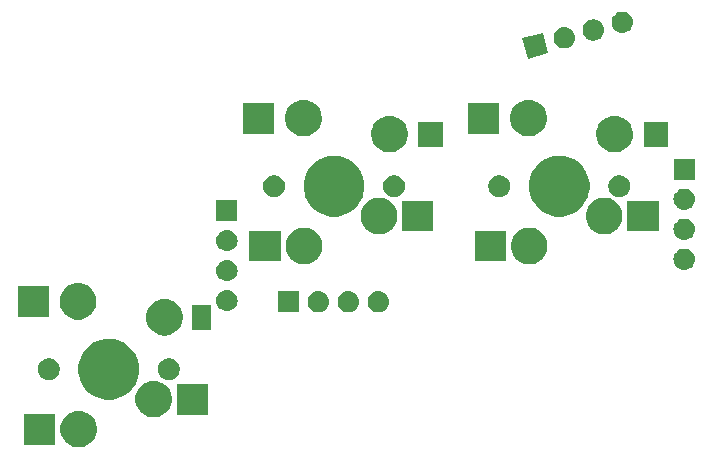
<source format=gbr>
G04 #@! TF.GenerationSoftware,KiCad,Pcbnew,(5.1.4)-1*
G04 #@! TF.CreationDate,2023-09-09T05:28:25-04:00*
G04 #@! TF.ProjectId,ThumbsUp,5468756d-6273-4557-902e-6b696361645f,rev?*
G04 #@! TF.SameCoordinates,Original*
G04 #@! TF.FileFunction,Soldermask,Bot*
G04 #@! TF.FilePolarity,Negative*
%FSLAX46Y46*%
G04 Gerber Fmt 4.6, Leading zero omitted, Abs format (unit mm)*
G04 Created by KiCad (PCBNEW (5.1.4)-1) date 2023-09-09 05:28:25*
%MOMM*%
%LPD*%
G04 APERTURE LIST*
%ADD10C,0.100000*%
G04 APERTURE END LIST*
D10*
G36*
X-157477415Y-426318863D02*
G01*
X-157327590Y-426348665D01*
X-157045326Y-426465582D01*
X-156791295Y-426635320D01*
X-156575259Y-426851356D01*
X-156405521Y-427105387D01*
X-156288604Y-427387651D01*
X-156229000Y-427687301D01*
X-156229000Y-427992821D01*
X-156288604Y-428292471D01*
X-156405521Y-428574735D01*
X-156575259Y-428828766D01*
X-156791295Y-429044802D01*
X-157045326Y-429214540D01*
X-157327590Y-429331457D01*
X-157477415Y-429361259D01*
X-157627239Y-429391061D01*
X-157932761Y-429391061D01*
X-158082585Y-429361259D01*
X-158232410Y-429331457D01*
X-158514674Y-429214540D01*
X-158768705Y-429044802D01*
X-158984741Y-428828766D01*
X-159154479Y-428574735D01*
X-159271396Y-428292471D01*
X-159331000Y-427992821D01*
X-159331000Y-427687301D01*
X-159271396Y-427387651D01*
X-159154479Y-427105387D01*
X-158984741Y-426851356D01*
X-158768705Y-426635320D01*
X-158514674Y-426465582D01*
X-158232410Y-426348665D01*
X-158082585Y-426318863D01*
X-157932761Y-426289061D01*
X-157627239Y-426289061D01*
X-157477415Y-426318863D01*
X-157477415Y-426318863D01*
G37*
G36*
X-159756000Y-429141061D02*
G01*
X-162408000Y-429141061D01*
X-162408000Y-426539061D01*
X-159756000Y-426539061D01*
X-159756000Y-429141061D01*
X-159756000Y-429141061D01*
G37*
G36*
X-151127415Y-423778863D02*
G01*
X-150977590Y-423808665D01*
X-150695326Y-423925582D01*
X-150441295Y-424095320D01*
X-150225259Y-424311356D01*
X-150055521Y-424565387D01*
X-149938604Y-424847651D01*
X-149879000Y-425147301D01*
X-149879000Y-425452821D01*
X-149938604Y-425752471D01*
X-150055521Y-426034735D01*
X-150225259Y-426288766D01*
X-150441295Y-426504802D01*
X-150695326Y-426674540D01*
X-150977590Y-426791457D01*
X-151127415Y-426821259D01*
X-151277239Y-426851061D01*
X-151582761Y-426851061D01*
X-151732585Y-426821259D01*
X-151882410Y-426791457D01*
X-152164674Y-426674540D01*
X-152418705Y-426504802D01*
X-152634741Y-426288766D01*
X-152804479Y-426034735D01*
X-152921396Y-425752471D01*
X-152981000Y-425452821D01*
X-152981000Y-425147301D01*
X-152921396Y-424847651D01*
X-152804479Y-424565387D01*
X-152634741Y-424311356D01*
X-152418705Y-424095320D01*
X-152164674Y-423925582D01*
X-151882410Y-423808665D01*
X-151732585Y-423778863D01*
X-151582761Y-423749061D01*
X-151277239Y-423749061D01*
X-151127415Y-423778863D01*
X-151127415Y-423778863D01*
G37*
G36*
X-146829000Y-426601061D02*
G01*
X-149481000Y-426601061D01*
X-149481000Y-423999061D01*
X-146829000Y-423999061D01*
X-146829000Y-426601061D01*
X-146829000Y-426601061D01*
G37*
G36*
X-154737448Y-420233558D02*
G01*
X-154488609Y-420283055D01*
X-154294425Y-420363489D01*
X-154019808Y-420477239D01*
X-153597896Y-420759151D01*
X-153239090Y-421117957D01*
X-152957178Y-421539869D01*
X-152843428Y-421814486D01*
X-152762994Y-422008670D01*
X-152664000Y-422506347D01*
X-152664000Y-423013775D01*
X-152762994Y-423511452D01*
X-152820580Y-423650476D01*
X-152957178Y-423980253D01*
X-153239090Y-424402165D01*
X-153597896Y-424760971D01*
X-154019808Y-425042883D01*
X-154271893Y-425147300D01*
X-154488609Y-425237067D01*
X-154737448Y-425286564D01*
X-154986285Y-425336061D01*
X-155493715Y-425336061D01*
X-155991391Y-425237067D01*
X-156208107Y-425147300D01*
X-156460192Y-425042883D01*
X-156882104Y-424760971D01*
X-157240910Y-424402165D01*
X-157522822Y-423980253D01*
X-157659420Y-423650476D01*
X-157717006Y-423511452D01*
X-157816000Y-423013775D01*
X-157816000Y-422506347D01*
X-157717006Y-422008670D01*
X-157636572Y-421814486D01*
X-157522822Y-421539869D01*
X-157240910Y-421117957D01*
X-156882104Y-420759151D01*
X-156460192Y-420477239D01*
X-156185575Y-420363489D01*
X-155991391Y-420283055D01*
X-155493715Y-420184061D01*
X-154986285Y-420184061D01*
X-154737448Y-420233558D01*
X-154737448Y-420233558D01*
G37*
G36*
X-160049896Y-421869646D02*
G01*
X-159881374Y-421939450D01*
X-159729709Y-422040789D01*
X-159600728Y-422169770D01*
X-159499389Y-422321435D01*
X-159429585Y-422489957D01*
X-159394000Y-422668858D01*
X-159394000Y-422851264D01*
X-159429585Y-423030165D01*
X-159499389Y-423198687D01*
X-159600728Y-423350352D01*
X-159729709Y-423479333D01*
X-159881374Y-423580672D01*
X-160049896Y-423650476D01*
X-160228797Y-423686061D01*
X-160411203Y-423686061D01*
X-160590104Y-423650476D01*
X-160758626Y-423580672D01*
X-160910291Y-423479333D01*
X-161039272Y-423350352D01*
X-161140611Y-423198687D01*
X-161210415Y-423030165D01*
X-161246000Y-422851264D01*
X-161246000Y-422668858D01*
X-161210415Y-422489957D01*
X-161140611Y-422321435D01*
X-161039272Y-422169770D01*
X-160910291Y-422040789D01*
X-160758626Y-421939450D01*
X-160590104Y-421869646D01*
X-160411203Y-421834061D01*
X-160228797Y-421834061D01*
X-160049896Y-421869646D01*
X-160049896Y-421869646D01*
G37*
G36*
X-149889896Y-421869646D02*
G01*
X-149721374Y-421939450D01*
X-149569709Y-422040789D01*
X-149440728Y-422169770D01*
X-149339389Y-422321435D01*
X-149269585Y-422489957D01*
X-149234000Y-422668858D01*
X-149234000Y-422851264D01*
X-149269585Y-423030165D01*
X-149339389Y-423198687D01*
X-149440728Y-423350352D01*
X-149569709Y-423479333D01*
X-149721374Y-423580672D01*
X-149889896Y-423650476D01*
X-150068797Y-423686061D01*
X-150251203Y-423686061D01*
X-150430104Y-423650476D01*
X-150598626Y-423580672D01*
X-150750291Y-423479333D01*
X-150879272Y-423350352D01*
X-150980611Y-423198687D01*
X-151050415Y-423030165D01*
X-151086000Y-422851264D01*
X-151086000Y-422668858D01*
X-151050415Y-422489957D01*
X-150980611Y-422321435D01*
X-150879272Y-422169770D01*
X-150750291Y-422040789D01*
X-150598626Y-421939450D01*
X-150430104Y-421869646D01*
X-150251203Y-421834061D01*
X-150068797Y-421834061D01*
X-149889896Y-421869646D01*
X-149889896Y-421869646D01*
G37*
G36*
X-150237415Y-416838863D02*
G01*
X-150087590Y-416868665D01*
X-149805326Y-416985582D01*
X-149551295Y-417155320D01*
X-149335259Y-417371356D01*
X-149165521Y-417625387D01*
X-149048604Y-417907651D01*
X-149048604Y-417907652D01*
X-148989000Y-418207300D01*
X-148989000Y-418512822D01*
X-149018802Y-418662646D01*
X-149048604Y-418812471D01*
X-149165521Y-419094735D01*
X-149335259Y-419348766D01*
X-149551295Y-419564802D01*
X-149805326Y-419734540D01*
X-150087590Y-419851457D01*
X-150237415Y-419881259D01*
X-150387239Y-419911061D01*
X-150692761Y-419911061D01*
X-150842585Y-419881259D01*
X-150992410Y-419851457D01*
X-151274674Y-419734540D01*
X-151528705Y-419564802D01*
X-151744741Y-419348766D01*
X-151914479Y-419094735D01*
X-152031396Y-418812471D01*
X-152061198Y-418662646D01*
X-152091000Y-418512822D01*
X-152091000Y-418207300D01*
X-152031396Y-417907652D01*
X-152031396Y-417907651D01*
X-151914479Y-417625387D01*
X-151744741Y-417371356D01*
X-151528705Y-417155320D01*
X-151274674Y-416985582D01*
X-150992410Y-416868665D01*
X-150842585Y-416838863D01*
X-150692761Y-416809061D01*
X-150387239Y-416809061D01*
X-150237415Y-416838863D01*
X-150237415Y-416838863D01*
G37*
G36*
X-146569000Y-419441061D02*
G01*
X-148171000Y-419441061D01*
X-148171000Y-417339061D01*
X-146569000Y-417339061D01*
X-146569000Y-419441061D01*
X-146569000Y-419441061D01*
G37*
G36*
X-157537415Y-415488863D02*
G01*
X-157387590Y-415518665D01*
X-157105326Y-415635582D01*
X-156851295Y-415805320D01*
X-156635259Y-416021356D01*
X-156465521Y-416275387D01*
X-156395306Y-416444903D01*
X-156348604Y-416557652D01*
X-156298595Y-416809061D01*
X-156289000Y-416857301D01*
X-156289000Y-417162821D01*
X-156348604Y-417462471D01*
X-156465521Y-417744735D01*
X-156635259Y-417998766D01*
X-156851295Y-418214802D01*
X-157105326Y-418384540D01*
X-157387590Y-418501457D01*
X-157444721Y-418512821D01*
X-157687239Y-418561061D01*
X-157992761Y-418561061D01*
X-158235279Y-418512821D01*
X-158292410Y-418501457D01*
X-158574674Y-418384540D01*
X-158828705Y-418214802D01*
X-159044741Y-417998766D01*
X-159214479Y-417744735D01*
X-159331396Y-417462471D01*
X-159391000Y-417162821D01*
X-159391000Y-416857301D01*
X-159381404Y-416809061D01*
X-159331396Y-416557652D01*
X-159284694Y-416444903D01*
X-159214479Y-416275387D01*
X-159044741Y-416021356D01*
X-158828705Y-415805320D01*
X-158574674Y-415635582D01*
X-158292410Y-415518665D01*
X-158142585Y-415488863D01*
X-157992761Y-415459061D01*
X-157687239Y-415459061D01*
X-157537415Y-415488863D01*
X-157537415Y-415488863D01*
G37*
G36*
X-160314000Y-418311061D02*
G01*
X-162966000Y-418311061D01*
X-162966000Y-415709061D01*
X-160314000Y-415709061D01*
X-160314000Y-418311061D01*
X-160314000Y-418311061D01*
G37*
G36*
X-134848888Y-416150092D02*
G01*
X-134782703Y-416156611D01*
X-134612864Y-416208131D01*
X-134456339Y-416291796D01*
X-134436953Y-416307706D01*
X-134319144Y-416404388D01*
X-134235882Y-416505845D01*
X-134206552Y-416541583D01*
X-134122887Y-416698108D01*
X-134071367Y-416867947D01*
X-134053971Y-417044574D01*
X-134071367Y-417221201D01*
X-134122887Y-417391040D01*
X-134206552Y-417547565D01*
X-134235882Y-417583303D01*
X-134319144Y-417684760D01*
X-134392225Y-417744735D01*
X-134456339Y-417797352D01*
X-134612864Y-417881017D01*
X-134782703Y-417932537D01*
X-134848888Y-417939056D01*
X-134915070Y-417945574D01*
X-135003590Y-417945574D01*
X-135069772Y-417939056D01*
X-135135957Y-417932537D01*
X-135305796Y-417881017D01*
X-135462321Y-417797352D01*
X-135526435Y-417744735D01*
X-135599516Y-417684760D01*
X-135682778Y-417583303D01*
X-135712108Y-417547565D01*
X-135795773Y-417391040D01*
X-135847293Y-417221201D01*
X-135864689Y-417044574D01*
X-135847293Y-416867947D01*
X-135795773Y-416698108D01*
X-135712108Y-416541583D01*
X-135682778Y-416505845D01*
X-135599516Y-416404388D01*
X-135481707Y-416307706D01*
X-135462321Y-416291796D01*
X-135305796Y-416208131D01*
X-135135957Y-416156611D01*
X-135069772Y-416150092D01*
X-135003590Y-416143574D01*
X-134915070Y-416143574D01*
X-134848888Y-416150092D01*
X-134848888Y-416150092D01*
G37*
G36*
X-132308888Y-416150092D02*
G01*
X-132242703Y-416156611D01*
X-132072864Y-416208131D01*
X-131916339Y-416291796D01*
X-131896953Y-416307706D01*
X-131779144Y-416404388D01*
X-131695882Y-416505845D01*
X-131666552Y-416541583D01*
X-131582887Y-416698108D01*
X-131531367Y-416867947D01*
X-131513971Y-417044574D01*
X-131531367Y-417221201D01*
X-131582887Y-417391040D01*
X-131666552Y-417547565D01*
X-131695882Y-417583303D01*
X-131779144Y-417684760D01*
X-131852225Y-417744735D01*
X-131916339Y-417797352D01*
X-132072864Y-417881017D01*
X-132242703Y-417932537D01*
X-132308888Y-417939056D01*
X-132375070Y-417945574D01*
X-132463590Y-417945574D01*
X-132529772Y-417939056D01*
X-132595957Y-417932537D01*
X-132765796Y-417881017D01*
X-132922321Y-417797352D01*
X-132986435Y-417744735D01*
X-133059516Y-417684760D01*
X-133142778Y-417583303D01*
X-133172108Y-417547565D01*
X-133255773Y-417391040D01*
X-133307293Y-417221201D01*
X-133324689Y-417044574D01*
X-133307293Y-416867947D01*
X-133255773Y-416698108D01*
X-133172108Y-416541583D01*
X-133142778Y-416505845D01*
X-133059516Y-416404388D01*
X-132941707Y-416307706D01*
X-132922321Y-416291796D01*
X-132765796Y-416208131D01*
X-132595957Y-416156611D01*
X-132529772Y-416150092D01*
X-132463590Y-416143574D01*
X-132375070Y-416143574D01*
X-132308888Y-416150092D01*
X-132308888Y-416150092D01*
G37*
G36*
X-137388888Y-416150092D02*
G01*
X-137322703Y-416156611D01*
X-137152864Y-416208131D01*
X-136996339Y-416291796D01*
X-136976953Y-416307706D01*
X-136859144Y-416404388D01*
X-136775882Y-416505845D01*
X-136746552Y-416541583D01*
X-136662887Y-416698108D01*
X-136611367Y-416867947D01*
X-136593971Y-417044574D01*
X-136611367Y-417221201D01*
X-136662887Y-417391040D01*
X-136746552Y-417547565D01*
X-136775882Y-417583303D01*
X-136859144Y-417684760D01*
X-136932225Y-417744735D01*
X-136996339Y-417797352D01*
X-137152864Y-417881017D01*
X-137322703Y-417932537D01*
X-137388888Y-417939056D01*
X-137455070Y-417945574D01*
X-137543590Y-417945574D01*
X-137609772Y-417939056D01*
X-137675957Y-417932537D01*
X-137845796Y-417881017D01*
X-138002321Y-417797352D01*
X-138066435Y-417744735D01*
X-138139516Y-417684760D01*
X-138222778Y-417583303D01*
X-138252108Y-417547565D01*
X-138335773Y-417391040D01*
X-138387293Y-417221201D01*
X-138404689Y-417044574D01*
X-138387293Y-416867947D01*
X-138335773Y-416698108D01*
X-138252108Y-416541583D01*
X-138222778Y-416505845D01*
X-138139516Y-416404388D01*
X-138021707Y-416307706D01*
X-138002321Y-416291796D01*
X-137845796Y-416208131D01*
X-137675957Y-416156611D01*
X-137609772Y-416150092D01*
X-137543590Y-416143574D01*
X-137455070Y-416143574D01*
X-137388888Y-416150092D01*
X-137388888Y-416150092D01*
G37*
G36*
X-139138330Y-417945574D02*
G01*
X-140940330Y-417945574D01*
X-140940330Y-416143574D01*
X-139138330Y-416143574D01*
X-139138330Y-417945574D01*
X-139138330Y-417945574D01*
G37*
G36*
X-145136178Y-416053410D02*
G01*
X-145069993Y-416059929D01*
X-144900154Y-416111449D01*
X-144743629Y-416195114D01*
X-144727768Y-416208131D01*
X-144606434Y-416307706D01*
X-144523172Y-416409163D01*
X-144493842Y-416444901D01*
X-144410177Y-416601426D01*
X-144358657Y-416771265D01*
X-144341261Y-416947892D01*
X-144358657Y-417124519D01*
X-144410177Y-417294358D01*
X-144493842Y-417450883D01*
X-144523172Y-417486621D01*
X-144606434Y-417588078D01*
X-144707891Y-417671340D01*
X-144743629Y-417700670D01*
X-144900154Y-417784335D01*
X-145069993Y-417835855D01*
X-145136178Y-417842374D01*
X-145202360Y-417848892D01*
X-145290880Y-417848892D01*
X-145357062Y-417842374D01*
X-145423247Y-417835855D01*
X-145593086Y-417784335D01*
X-145749611Y-417700670D01*
X-145785349Y-417671340D01*
X-145886806Y-417588078D01*
X-145970068Y-417486621D01*
X-145999398Y-417450883D01*
X-146083063Y-417294358D01*
X-146134583Y-417124519D01*
X-146151979Y-416947892D01*
X-146134583Y-416771265D01*
X-146083063Y-416601426D01*
X-145999398Y-416444901D01*
X-145970068Y-416409163D01*
X-145886806Y-416307706D01*
X-145765472Y-416208131D01*
X-145749611Y-416195114D01*
X-145593086Y-416111449D01*
X-145423247Y-416059929D01*
X-145357063Y-416053411D01*
X-145290880Y-416046892D01*
X-145202360Y-416046892D01*
X-145136178Y-416053410D01*
X-145136178Y-416053410D01*
G37*
G36*
X-145136178Y-413513410D02*
G01*
X-145069993Y-413519929D01*
X-144900154Y-413571449D01*
X-144743629Y-413655114D01*
X-144707891Y-413684444D01*
X-144606434Y-413767706D01*
X-144554116Y-413831457D01*
X-144493842Y-413904901D01*
X-144410177Y-414061426D01*
X-144358657Y-414231265D01*
X-144341261Y-414407892D01*
X-144358657Y-414584519D01*
X-144410177Y-414754358D01*
X-144493842Y-414910883D01*
X-144523172Y-414946621D01*
X-144606434Y-415048078D01*
X-144707891Y-415131340D01*
X-144743629Y-415160670D01*
X-144900154Y-415244335D01*
X-145069993Y-415295855D01*
X-145136177Y-415302373D01*
X-145202360Y-415308892D01*
X-145290880Y-415308892D01*
X-145357062Y-415302374D01*
X-145423247Y-415295855D01*
X-145593086Y-415244335D01*
X-145749611Y-415160670D01*
X-145785349Y-415131340D01*
X-145886806Y-415048078D01*
X-145970068Y-414946621D01*
X-145999398Y-414910883D01*
X-146083063Y-414754358D01*
X-146134583Y-414584519D01*
X-146151979Y-414407892D01*
X-146134583Y-414231265D01*
X-146083063Y-414061426D01*
X-145999398Y-413904901D01*
X-145939124Y-413831457D01*
X-145886806Y-413767706D01*
X-145785349Y-413684444D01*
X-145749611Y-413655114D01*
X-145593086Y-413571449D01*
X-145423247Y-413519929D01*
X-145357062Y-413513410D01*
X-145290880Y-413506892D01*
X-145202360Y-413506892D01*
X-145136178Y-413513410D01*
X-145136178Y-413513410D01*
G37*
G36*
X-106417698Y-412554232D02*
G01*
X-106351514Y-412560750D01*
X-106181675Y-412612270D01*
X-106025150Y-412695935D01*
X-106014916Y-412704334D01*
X-105887955Y-412808527D01*
X-105804693Y-412909984D01*
X-105775363Y-412945722D01*
X-105691698Y-413102247D01*
X-105640178Y-413272086D01*
X-105622782Y-413448713D01*
X-105640178Y-413625340D01*
X-105691698Y-413795179D01*
X-105775363Y-413951704D01*
X-105804693Y-413987442D01*
X-105887955Y-414088899D01*
X-105989412Y-414172161D01*
X-106025150Y-414201491D01*
X-106181675Y-414285156D01*
X-106351514Y-414336676D01*
X-106417699Y-414343195D01*
X-106483881Y-414349713D01*
X-106572401Y-414349713D01*
X-106638583Y-414343195D01*
X-106704768Y-414336676D01*
X-106874607Y-414285156D01*
X-107031132Y-414201491D01*
X-107066870Y-414172161D01*
X-107168327Y-414088899D01*
X-107251589Y-413987442D01*
X-107280919Y-413951704D01*
X-107364584Y-413795179D01*
X-107416104Y-413625340D01*
X-107433500Y-413448713D01*
X-107416104Y-413272086D01*
X-107364584Y-413102247D01*
X-107280919Y-412945722D01*
X-107251589Y-412909984D01*
X-107168327Y-412808527D01*
X-107041366Y-412704334D01*
X-107031132Y-412695935D01*
X-106874607Y-412612270D01*
X-106704768Y-412560750D01*
X-106638584Y-412554232D01*
X-106572401Y-412547713D01*
X-106483881Y-412547713D01*
X-106417698Y-412554232D01*
X-106417698Y-412554232D01*
G37*
G36*
X-119347415Y-410818863D02*
G01*
X-119197590Y-410848665D01*
X-118915326Y-410965582D01*
X-118661295Y-411135320D01*
X-118445259Y-411351356D01*
X-118275521Y-411605387D01*
X-118158604Y-411887651D01*
X-118158604Y-411887652D01*
X-118099000Y-412187300D01*
X-118099000Y-412492822D01*
X-118102035Y-412508078D01*
X-118158604Y-412792471D01*
X-118275521Y-413074735D01*
X-118445259Y-413328766D01*
X-118661295Y-413544802D01*
X-118915326Y-413714540D01*
X-119197590Y-413831457D01*
X-119347415Y-413861259D01*
X-119497239Y-413891061D01*
X-119802761Y-413891061D01*
X-119952585Y-413861259D01*
X-120102410Y-413831457D01*
X-120384674Y-413714540D01*
X-120638705Y-413544802D01*
X-120854741Y-413328766D01*
X-121024479Y-413074735D01*
X-121141396Y-412792471D01*
X-121197965Y-412508078D01*
X-121201000Y-412492822D01*
X-121201000Y-412187300D01*
X-121141396Y-411887652D01*
X-121141396Y-411887651D01*
X-121024479Y-411605387D01*
X-120854741Y-411351356D01*
X-120638705Y-411135320D01*
X-120384674Y-410965582D01*
X-120102410Y-410848665D01*
X-119952585Y-410818863D01*
X-119802761Y-410789061D01*
X-119497239Y-410789061D01*
X-119347415Y-410818863D01*
X-119347415Y-410818863D01*
G37*
G36*
X-138411369Y-410818863D02*
G01*
X-138261544Y-410848665D01*
X-137979280Y-410965582D01*
X-137725249Y-411135320D01*
X-137509213Y-411351356D01*
X-137339475Y-411605387D01*
X-137222558Y-411887651D01*
X-137222558Y-411887652D01*
X-137162954Y-412187300D01*
X-137162954Y-412492822D01*
X-137165989Y-412508078D01*
X-137222558Y-412792471D01*
X-137339475Y-413074735D01*
X-137509213Y-413328766D01*
X-137725249Y-413544802D01*
X-137979280Y-413714540D01*
X-138261544Y-413831457D01*
X-138411369Y-413861259D01*
X-138561193Y-413891061D01*
X-138866715Y-413891061D01*
X-139016539Y-413861259D01*
X-139166364Y-413831457D01*
X-139448628Y-413714540D01*
X-139702659Y-413544802D01*
X-139918695Y-413328766D01*
X-140088433Y-413074735D01*
X-140205350Y-412792471D01*
X-140261919Y-412508078D01*
X-140264954Y-412492822D01*
X-140264954Y-412187300D01*
X-140205350Y-411887652D01*
X-140205350Y-411887651D01*
X-140088433Y-411605387D01*
X-139918695Y-411351356D01*
X-139702659Y-411135320D01*
X-139448628Y-410965582D01*
X-139166364Y-410848665D01*
X-139016539Y-410818863D01*
X-138866715Y-410789061D01*
X-138561193Y-410789061D01*
X-138411369Y-410818863D01*
X-138411369Y-410818863D01*
G37*
G36*
X-121626000Y-413641061D02*
G01*
X-124278000Y-413641061D01*
X-124278000Y-411039061D01*
X-121626000Y-411039061D01*
X-121626000Y-413641061D01*
X-121626000Y-413641061D01*
G37*
G36*
X-140689954Y-413641061D02*
G01*
X-143341954Y-413641061D01*
X-143341954Y-411039061D01*
X-140689954Y-411039061D01*
X-140689954Y-413641061D01*
X-140689954Y-413641061D01*
G37*
G36*
X-145136177Y-410973411D02*
G01*
X-145069993Y-410979929D01*
X-144900154Y-411031449D01*
X-144743629Y-411115114D01*
X-144719008Y-411135320D01*
X-144606434Y-411227706D01*
X-144554116Y-411291457D01*
X-144493842Y-411364901D01*
X-144410177Y-411521426D01*
X-144358657Y-411691265D01*
X-144341261Y-411867892D01*
X-144358657Y-412044519D01*
X-144410177Y-412214358D01*
X-144493842Y-412370883D01*
X-144523172Y-412406621D01*
X-144606434Y-412508078D01*
X-144707891Y-412591340D01*
X-144743629Y-412620670D01*
X-144900154Y-412704335D01*
X-145069993Y-412755855D01*
X-145136177Y-412762373D01*
X-145202360Y-412768892D01*
X-145290880Y-412768892D01*
X-145357063Y-412762373D01*
X-145423247Y-412755855D01*
X-145593086Y-412704335D01*
X-145749611Y-412620670D01*
X-145785349Y-412591340D01*
X-145886806Y-412508078D01*
X-145970068Y-412406621D01*
X-145999398Y-412370883D01*
X-146083063Y-412214358D01*
X-146134583Y-412044519D01*
X-146151979Y-411867892D01*
X-146134583Y-411691265D01*
X-146083063Y-411521426D01*
X-145999398Y-411364901D01*
X-145939124Y-411291457D01*
X-145886806Y-411227706D01*
X-145774232Y-411135320D01*
X-145749611Y-411115114D01*
X-145593086Y-411031449D01*
X-145423247Y-410979929D01*
X-145357062Y-410973410D01*
X-145290880Y-410966892D01*
X-145202360Y-410966892D01*
X-145136177Y-410973411D01*
X-145136177Y-410973411D01*
G37*
G36*
X-106417698Y-410014232D02*
G01*
X-106351514Y-410020750D01*
X-106181675Y-410072270D01*
X-106025150Y-410155935D01*
X-105989412Y-410185265D01*
X-105887955Y-410268527D01*
X-105804693Y-410369984D01*
X-105775363Y-410405722D01*
X-105691698Y-410562247D01*
X-105640178Y-410732086D01*
X-105622782Y-410908713D01*
X-105640178Y-411085340D01*
X-105691698Y-411255179D01*
X-105775363Y-411411704D01*
X-105804693Y-411447442D01*
X-105887955Y-411548899D01*
X-105989412Y-411632161D01*
X-106025150Y-411661491D01*
X-106181675Y-411745156D01*
X-106351514Y-411796676D01*
X-106417699Y-411803195D01*
X-106483881Y-411809713D01*
X-106572401Y-411809713D01*
X-106638583Y-411803195D01*
X-106704768Y-411796676D01*
X-106874607Y-411745156D01*
X-107031132Y-411661491D01*
X-107066870Y-411632161D01*
X-107168327Y-411548899D01*
X-107251589Y-411447442D01*
X-107280919Y-411411704D01*
X-107364584Y-411255179D01*
X-107416104Y-411085340D01*
X-107433500Y-410908713D01*
X-107416104Y-410732086D01*
X-107364584Y-410562247D01*
X-107280919Y-410405722D01*
X-107251589Y-410369984D01*
X-107168327Y-410268527D01*
X-107066870Y-410185265D01*
X-107031132Y-410155935D01*
X-106874607Y-410072270D01*
X-106704768Y-410020750D01*
X-106638584Y-410014232D01*
X-106572401Y-410007713D01*
X-106483881Y-410007713D01*
X-106417698Y-410014232D01*
X-106417698Y-410014232D01*
G37*
G36*
X-112997415Y-408278863D02*
G01*
X-112847590Y-408308665D01*
X-112565326Y-408425582D01*
X-112311295Y-408595320D01*
X-112095259Y-408811356D01*
X-111925521Y-409065387D01*
X-111808604Y-409347651D01*
X-111749000Y-409647301D01*
X-111749000Y-409952821D01*
X-111808604Y-410252471D01*
X-111925521Y-410534735D01*
X-112095259Y-410788766D01*
X-112311295Y-411004802D01*
X-112565326Y-411174540D01*
X-112847590Y-411291457D01*
X-112997415Y-411321259D01*
X-113147239Y-411351061D01*
X-113452761Y-411351061D01*
X-113602585Y-411321259D01*
X-113752410Y-411291457D01*
X-114034674Y-411174540D01*
X-114288705Y-411004802D01*
X-114504741Y-410788766D01*
X-114674479Y-410534735D01*
X-114791396Y-410252471D01*
X-114851000Y-409952821D01*
X-114851000Y-409647301D01*
X-114791396Y-409347651D01*
X-114674479Y-409065387D01*
X-114504741Y-408811356D01*
X-114288705Y-408595320D01*
X-114034674Y-408425582D01*
X-113752410Y-408308665D01*
X-113602585Y-408278863D01*
X-113452761Y-408249061D01*
X-113147239Y-408249061D01*
X-112997415Y-408278863D01*
X-112997415Y-408278863D01*
G37*
G36*
X-132061369Y-408278863D02*
G01*
X-131911544Y-408308665D01*
X-131629280Y-408425582D01*
X-131375249Y-408595320D01*
X-131159213Y-408811356D01*
X-130989475Y-409065387D01*
X-130872558Y-409347651D01*
X-130812954Y-409647301D01*
X-130812954Y-409952821D01*
X-130872558Y-410252471D01*
X-130989475Y-410534735D01*
X-131159213Y-410788766D01*
X-131375249Y-411004802D01*
X-131629280Y-411174540D01*
X-131911544Y-411291457D01*
X-132061369Y-411321259D01*
X-132211193Y-411351061D01*
X-132516715Y-411351061D01*
X-132666539Y-411321259D01*
X-132816364Y-411291457D01*
X-133098628Y-411174540D01*
X-133352659Y-411004802D01*
X-133568695Y-410788766D01*
X-133738433Y-410534735D01*
X-133855350Y-410252471D01*
X-133914954Y-409952821D01*
X-133914954Y-409647301D01*
X-133855350Y-409347651D01*
X-133738433Y-409065387D01*
X-133568695Y-408811356D01*
X-133352659Y-408595320D01*
X-133098628Y-408425582D01*
X-132816364Y-408308665D01*
X-132666539Y-408278863D01*
X-132516715Y-408249061D01*
X-132211193Y-408249061D01*
X-132061369Y-408278863D01*
X-132061369Y-408278863D01*
G37*
G36*
X-108699000Y-411101061D02*
G01*
X-111351000Y-411101061D01*
X-111351000Y-408499061D01*
X-108699000Y-408499061D01*
X-108699000Y-411101061D01*
X-108699000Y-411101061D01*
G37*
G36*
X-127762954Y-411101061D02*
G01*
X-130414954Y-411101061D01*
X-130414954Y-408499061D01*
X-127762954Y-408499061D01*
X-127762954Y-411101061D01*
X-127762954Y-411101061D01*
G37*
G36*
X-144345620Y-410228892D02*
G01*
X-146147620Y-410228892D01*
X-146147620Y-408426892D01*
X-144345620Y-408426892D01*
X-144345620Y-410228892D01*
X-144345620Y-410228892D01*
G37*
G36*
X-116607448Y-404733558D02*
G01*
X-116358609Y-404783055D01*
X-116164425Y-404863489D01*
X-115889808Y-404977239D01*
X-115467896Y-405259151D01*
X-115109090Y-405617957D01*
X-114827178Y-406039869D01*
X-114713428Y-406314486D01*
X-114632994Y-406508670D01*
X-114534000Y-407006347D01*
X-114534000Y-407513775D01*
X-114632994Y-408011452D01*
X-114690580Y-408150476D01*
X-114827178Y-408480253D01*
X-115109090Y-408902165D01*
X-115467896Y-409260971D01*
X-115889808Y-409542883D01*
X-116141893Y-409647300D01*
X-116358609Y-409737067D01*
X-116607448Y-409786564D01*
X-116856285Y-409836061D01*
X-117363715Y-409836061D01*
X-117612552Y-409786564D01*
X-117861391Y-409737067D01*
X-118078107Y-409647300D01*
X-118330192Y-409542883D01*
X-118752104Y-409260971D01*
X-119110910Y-408902165D01*
X-119392822Y-408480253D01*
X-119529420Y-408150476D01*
X-119587006Y-408011452D01*
X-119686000Y-407513775D01*
X-119686000Y-407006347D01*
X-119587006Y-406508670D01*
X-119506572Y-406314486D01*
X-119392822Y-406039869D01*
X-119110910Y-405617957D01*
X-118752104Y-405259151D01*
X-118330192Y-404977239D01*
X-118055575Y-404863489D01*
X-117861391Y-404783055D01*
X-117612552Y-404733558D01*
X-117363715Y-404684061D01*
X-116856285Y-404684061D01*
X-116607448Y-404733558D01*
X-116607448Y-404733558D01*
G37*
G36*
X-135671402Y-404733558D02*
G01*
X-135422563Y-404783055D01*
X-135228379Y-404863489D01*
X-134953762Y-404977239D01*
X-134531850Y-405259151D01*
X-134173044Y-405617957D01*
X-133891132Y-406039869D01*
X-133777382Y-406314486D01*
X-133696948Y-406508670D01*
X-133597954Y-407006347D01*
X-133597954Y-407513775D01*
X-133696948Y-408011452D01*
X-133754534Y-408150476D01*
X-133891132Y-408480253D01*
X-134173044Y-408902165D01*
X-134531850Y-409260971D01*
X-134953762Y-409542883D01*
X-135205847Y-409647300D01*
X-135422563Y-409737067D01*
X-135671402Y-409786564D01*
X-135920239Y-409836061D01*
X-136427669Y-409836061D01*
X-136676506Y-409786564D01*
X-136925345Y-409737067D01*
X-137142061Y-409647300D01*
X-137394146Y-409542883D01*
X-137816058Y-409260971D01*
X-138174864Y-408902165D01*
X-138456776Y-408480253D01*
X-138593374Y-408150476D01*
X-138650960Y-408011452D01*
X-138749954Y-407513775D01*
X-138749954Y-407006347D01*
X-138650960Y-406508670D01*
X-138570526Y-406314486D01*
X-138456776Y-406039869D01*
X-138174864Y-405617957D01*
X-137816058Y-405259151D01*
X-137394146Y-404977239D01*
X-137119529Y-404863489D01*
X-136925345Y-404783055D01*
X-136676506Y-404733558D01*
X-136427669Y-404684061D01*
X-135920239Y-404684061D01*
X-135671402Y-404733558D01*
X-135671402Y-404733558D01*
G37*
G36*
X-106417699Y-407474231D02*
G01*
X-106351514Y-407480750D01*
X-106181675Y-407532270D01*
X-106025150Y-407615935D01*
X-105989412Y-407645265D01*
X-105887955Y-407728527D01*
X-105804693Y-407829984D01*
X-105775363Y-407865722D01*
X-105691698Y-408022247D01*
X-105640178Y-408192086D01*
X-105622782Y-408368713D01*
X-105640178Y-408545340D01*
X-105691698Y-408715179D01*
X-105775363Y-408871704D01*
X-105800362Y-408902165D01*
X-105887955Y-409008899D01*
X-105989412Y-409092161D01*
X-106025150Y-409121491D01*
X-106181675Y-409205156D01*
X-106351514Y-409256676D01*
X-106395123Y-409260971D01*
X-106483881Y-409269713D01*
X-106572401Y-409269713D01*
X-106661159Y-409260971D01*
X-106704768Y-409256676D01*
X-106874607Y-409205156D01*
X-107031132Y-409121491D01*
X-107066870Y-409092161D01*
X-107168327Y-409008899D01*
X-107255920Y-408902165D01*
X-107280919Y-408871704D01*
X-107364584Y-408715179D01*
X-107416104Y-408545340D01*
X-107433500Y-408368713D01*
X-107416104Y-408192086D01*
X-107364584Y-408022247D01*
X-107280919Y-407865722D01*
X-107251589Y-407829984D01*
X-107168327Y-407728527D01*
X-107066870Y-407645265D01*
X-107031132Y-407615935D01*
X-106874607Y-407532270D01*
X-106704768Y-407480750D01*
X-106638583Y-407474231D01*
X-106572401Y-407467713D01*
X-106483881Y-407467713D01*
X-106417699Y-407474231D01*
X-106417699Y-407474231D01*
G37*
G36*
X-130823850Y-406369646D02*
G01*
X-130655328Y-406439450D01*
X-130503663Y-406540789D01*
X-130374682Y-406669770D01*
X-130273343Y-406821435D01*
X-130203539Y-406989957D01*
X-130167954Y-407168858D01*
X-130167954Y-407351264D01*
X-130203539Y-407530165D01*
X-130273343Y-407698687D01*
X-130374682Y-407850352D01*
X-130503663Y-407979333D01*
X-130655328Y-408080672D01*
X-130823850Y-408150476D01*
X-131002751Y-408186061D01*
X-131185157Y-408186061D01*
X-131364058Y-408150476D01*
X-131532580Y-408080672D01*
X-131684245Y-407979333D01*
X-131813226Y-407850352D01*
X-131914565Y-407698687D01*
X-131984369Y-407530165D01*
X-132019954Y-407351264D01*
X-132019954Y-407168858D01*
X-131984369Y-406989957D01*
X-131914565Y-406821435D01*
X-131813226Y-406669770D01*
X-131684245Y-406540789D01*
X-131532580Y-406439450D01*
X-131364058Y-406369646D01*
X-131185157Y-406334061D01*
X-131002751Y-406334061D01*
X-130823850Y-406369646D01*
X-130823850Y-406369646D01*
G37*
G36*
X-111759896Y-406369646D02*
G01*
X-111591374Y-406439450D01*
X-111439709Y-406540789D01*
X-111310728Y-406669770D01*
X-111209389Y-406821435D01*
X-111139585Y-406989957D01*
X-111104000Y-407168858D01*
X-111104000Y-407351264D01*
X-111139585Y-407530165D01*
X-111209389Y-407698687D01*
X-111310728Y-407850352D01*
X-111439709Y-407979333D01*
X-111591374Y-408080672D01*
X-111759896Y-408150476D01*
X-111938797Y-408186061D01*
X-112121203Y-408186061D01*
X-112300104Y-408150476D01*
X-112468626Y-408080672D01*
X-112620291Y-407979333D01*
X-112749272Y-407850352D01*
X-112850611Y-407698687D01*
X-112920415Y-407530165D01*
X-112956000Y-407351264D01*
X-112956000Y-407168858D01*
X-112920415Y-406989957D01*
X-112850611Y-406821435D01*
X-112749272Y-406669770D01*
X-112620291Y-406540789D01*
X-112468626Y-406439450D01*
X-112300104Y-406369646D01*
X-112121203Y-406334061D01*
X-111938797Y-406334061D01*
X-111759896Y-406369646D01*
X-111759896Y-406369646D01*
G37*
G36*
X-121919896Y-406369646D02*
G01*
X-121751374Y-406439450D01*
X-121599709Y-406540789D01*
X-121470728Y-406669770D01*
X-121369389Y-406821435D01*
X-121299585Y-406989957D01*
X-121264000Y-407168858D01*
X-121264000Y-407351264D01*
X-121299585Y-407530165D01*
X-121369389Y-407698687D01*
X-121470728Y-407850352D01*
X-121599709Y-407979333D01*
X-121751374Y-408080672D01*
X-121919896Y-408150476D01*
X-122098797Y-408186061D01*
X-122281203Y-408186061D01*
X-122460104Y-408150476D01*
X-122628626Y-408080672D01*
X-122780291Y-407979333D01*
X-122909272Y-407850352D01*
X-123010611Y-407698687D01*
X-123080415Y-407530165D01*
X-123116000Y-407351264D01*
X-123116000Y-407168858D01*
X-123080415Y-406989957D01*
X-123010611Y-406821435D01*
X-122909272Y-406669770D01*
X-122780291Y-406540789D01*
X-122628626Y-406439450D01*
X-122460104Y-406369646D01*
X-122281203Y-406334061D01*
X-122098797Y-406334061D01*
X-121919896Y-406369646D01*
X-121919896Y-406369646D01*
G37*
G36*
X-140983850Y-406369646D02*
G01*
X-140815328Y-406439450D01*
X-140663663Y-406540789D01*
X-140534682Y-406669770D01*
X-140433343Y-406821435D01*
X-140363539Y-406989957D01*
X-140327954Y-407168858D01*
X-140327954Y-407351264D01*
X-140363539Y-407530165D01*
X-140433343Y-407698687D01*
X-140534682Y-407850352D01*
X-140663663Y-407979333D01*
X-140815328Y-408080672D01*
X-140983850Y-408150476D01*
X-141162751Y-408186061D01*
X-141345157Y-408186061D01*
X-141524058Y-408150476D01*
X-141692580Y-408080672D01*
X-141844245Y-407979333D01*
X-141973226Y-407850352D01*
X-142074565Y-407698687D01*
X-142144369Y-407530165D01*
X-142179954Y-407351264D01*
X-142179954Y-407168858D01*
X-142144369Y-406989957D01*
X-142074565Y-406821435D01*
X-141973226Y-406669770D01*
X-141844245Y-406540789D01*
X-141692580Y-406439450D01*
X-141524058Y-406369646D01*
X-141345157Y-406334061D01*
X-141162751Y-406334061D01*
X-140983850Y-406369646D01*
X-140983850Y-406369646D01*
G37*
G36*
X-105627141Y-406729713D02*
G01*
X-107429141Y-406729713D01*
X-107429141Y-404927713D01*
X-105627141Y-404927713D01*
X-105627141Y-406729713D01*
X-105627141Y-406729713D01*
G37*
G36*
X-112107415Y-401338863D02*
G01*
X-111957590Y-401368665D01*
X-111675326Y-401485582D01*
X-111421295Y-401655320D01*
X-111205259Y-401871356D01*
X-111035521Y-402125387D01*
X-110986087Y-402244733D01*
X-110918604Y-402407652D01*
X-110859000Y-402707300D01*
X-110859000Y-403012822D01*
X-110888802Y-403162646D01*
X-110918604Y-403312471D01*
X-111035521Y-403594735D01*
X-111205259Y-403848766D01*
X-111421295Y-404064802D01*
X-111675326Y-404234540D01*
X-111957590Y-404351457D01*
X-112107415Y-404381259D01*
X-112257239Y-404411061D01*
X-112562761Y-404411061D01*
X-112712585Y-404381259D01*
X-112862410Y-404351457D01*
X-113144674Y-404234540D01*
X-113398705Y-404064802D01*
X-113614741Y-403848766D01*
X-113784479Y-403594735D01*
X-113901396Y-403312471D01*
X-113931198Y-403162646D01*
X-113961000Y-403012822D01*
X-113961000Y-402707300D01*
X-113901396Y-402407652D01*
X-113833913Y-402244733D01*
X-113784479Y-402125387D01*
X-113614741Y-401871356D01*
X-113398705Y-401655320D01*
X-113144674Y-401485582D01*
X-112862410Y-401368665D01*
X-112712585Y-401338863D01*
X-112562761Y-401309061D01*
X-112257239Y-401309061D01*
X-112107415Y-401338863D01*
X-112107415Y-401338863D01*
G37*
G36*
X-131171369Y-401338863D02*
G01*
X-131021544Y-401368665D01*
X-130739280Y-401485582D01*
X-130485249Y-401655320D01*
X-130269213Y-401871356D01*
X-130099475Y-402125387D01*
X-130050041Y-402244733D01*
X-129982558Y-402407652D01*
X-129922954Y-402707300D01*
X-129922954Y-403012822D01*
X-129952756Y-403162646D01*
X-129982558Y-403312471D01*
X-130099475Y-403594735D01*
X-130269213Y-403848766D01*
X-130485249Y-404064802D01*
X-130739280Y-404234540D01*
X-131021544Y-404351457D01*
X-131171369Y-404381259D01*
X-131321193Y-404411061D01*
X-131626715Y-404411061D01*
X-131776539Y-404381259D01*
X-131926364Y-404351457D01*
X-132208628Y-404234540D01*
X-132462659Y-404064802D01*
X-132678695Y-403848766D01*
X-132848433Y-403594735D01*
X-132965350Y-403312471D01*
X-132995152Y-403162646D01*
X-133024954Y-403012822D01*
X-133024954Y-402707300D01*
X-132965350Y-402407652D01*
X-132897867Y-402244733D01*
X-132848433Y-402125387D01*
X-132678695Y-401871356D01*
X-132462659Y-401655320D01*
X-132208628Y-401485582D01*
X-131926364Y-401368665D01*
X-131776539Y-401338863D01*
X-131626715Y-401309061D01*
X-131321193Y-401309061D01*
X-131171369Y-401338863D01*
X-131171369Y-401338863D01*
G37*
G36*
X-107859000Y-403911061D02*
G01*
X-109961000Y-403911061D01*
X-109961000Y-401809061D01*
X-107859000Y-401809061D01*
X-107859000Y-403911061D01*
X-107859000Y-403911061D01*
G37*
G36*
X-126922954Y-403911061D02*
G01*
X-129024954Y-403911061D01*
X-129024954Y-401809061D01*
X-126922954Y-401809061D01*
X-126922954Y-403911061D01*
X-126922954Y-403911061D01*
G37*
G36*
X-138471369Y-399988863D02*
G01*
X-138321544Y-400018665D01*
X-138039280Y-400135582D01*
X-137785249Y-400305320D01*
X-137569213Y-400521356D01*
X-137399475Y-400775387D01*
X-137282558Y-401057651D01*
X-137282558Y-401057652D01*
X-137232549Y-401309061D01*
X-137222954Y-401357301D01*
X-137222954Y-401662821D01*
X-137282558Y-401962471D01*
X-137399475Y-402244735D01*
X-137569213Y-402498766D01*
X-137785249Y-402714802D01*
X-138039280Y-402884540D01*
X-138321544Y-403001457D01*
X-138378675Y-403012821D01*
X-138621193Y-403061061D01*
X-138926715Y-403061061D01*
X-139169233Y-403012821D01*
X-139226364Y-403001457D01*
X-139508628Y-402884540D01*
X-139762659Y-402714802D01*
X-139978695Y-402498766D01*
X-140148433Y-402244735D01*
X-140265350Y-401962471D01*
X-140324954Y-401662821D01*
X-140324954Y-401357301D01*
X-140315358Y-401309061D01*
X-140265350Y-401057652D01*
X-140265350Y-401057651D01*
X-140148433Y-400775387D01*
X-139978695Y-400521356D01*
X-139762659Y-400305320D01*
X-139508628Y-400135582D01*
X-139226364Y-400018665D01*
X-139076539Y-399988863D01*
X-138926715Y-399959061D01*
X-138621193Y-399959061D01*
X-138471369Y-399988863D01*
X-138471369Y-399988863D01*
G37*
G36*
X-119407415Y-399988863D02*
G01*
X-119257590Y-400018665D01*
X-118975326Y-400135582D01*
X-118721295Y-400305320D01*
X-118505259Y-400521356D01*
X-118335521Y-400775387D01*
X-118218604Y-401057651D01*
X-118218604Y-401057652D01*
X-118168595Y-401309061D01*
X-118159000Y-401357301D01*
X-118159000Y-401662821D01*
X-118218604Y-401962471D01*
X-118335521Y-402244735D01*
X-118505259Y-402498766D01*
X-118721295Y-402714802D01*
X-118975326Y-402884540D01*
X-119257590Y-403001457D01*
X-119314721Y-403012821D01*
X-119557239Y-403061061D01*
X-119862761Y-403061061D01*
X-120105279Y-403012821D01*
X-120162410Y-403001457D01*
X-120444674Y-402884540D01*
X-120698705Y-402714802D01*
X-120914741Y-402498766D01*
X-121084479Y-402244735D01*
X-121201396Y-401962471D01*
X-121261000Y-401662821D01*
X-121261000Y-401357301D01*
X-121251404Y-401309061D01*
X-121201396Y-401057652D01*
X-121201396Y-401057651D01*
X-121084479Y-400775387D01*
X-120914741Y-400521356D01*
X-120698705Y-400305320D01*
X-120444674Y-400135582D01*
X-120162410Y-400018665D01*
X-120012585Y-399988863D01*
X-119862761Y-399959061D01*
X-119557239Y-399959061D01*
X-119407415Y-399988863D01*
X-119407415Y-399988863D01*
G37*
G36*
X-141247954Y-402811061D02*
G01*
X-143899954Y-402811061D01*
X-143899954Y-400209061D01*
X-141247954Y-400209061D01*
X-141247954Y-402811061D01*
X-141247954Y-402811061D01*
G37*
G36*
X-122184000Y-402811061D02*
G01*
X-124836000Y-402811061D01*
X-124836000Y-400209061D01*
X-122184000Y-400209061D01*
X-122184000Y-402811061D01*
X-122184000Y-402811061D01*
G37*
G36*
X-118019724Y-395997694D02*
G01*
X-119760322Y-396464086D01*
X-120226714Y-394723488D01*
X-118486116Y-394257096D01*
X-118019724Y-395997694D01*
X-118019724Y-395997694D01*
G37*
G36*
X-116559324Y-393808710D02*
G01*
X-116493140Y-393815228D01*
X-116323301Y-393866748D01*
X-116166776Y-393950413D01*
X-116131038Y-393979743D01*
X-116029581Y-394063005D01*
X-115946319Y-394164462D01*
X-115916989Y-394200200D01*
X-115833324Y-394356725D01*
X-115781804Y-394526564D01*
X-115764408Y-394703191D01*
X-115781804Y-394879818D01*
X-115833324Y-395049657D01*
X-115916989Y-395206182D01*
X-115946319Y-395241920D01*
X-116029581Y-395343377D01*
X-116131038Y-395426639D01*
X-116166776Y-395455969D01*
X-116323301Y-395539634D01*
X-116493140Y-395591154D01*
X-116559325Y-395597673D01*
X-116625507Y-395604191D01*
X-116714027Y-395604191D01*
X-116780209Y-395597673D01*
X-116846394Y-395591154D01*
X-117016233Y-395539634D01*
X-117172758Y-395455969D01*
X-117208496Y-395426639D01*
X-117309953Y-395343377D01*
X-117393215Y-395241920D01*
X-117422545Y-395206182D01*
X-117506210Y-395049657D01*
X-117557730Y-394879818D01*
X-117575126Y-394703191D01*
X-117557730Y-394526564D01*
X-117506210Y-394356725D01*
X-117422545Y-394200200D01*
X-117393215Y-394164462D01*
X-117309953Y-394063005D01*
X-117208496Y-393979743D01*
X-117172758Y-393950413D01*
X-117016233Y-393866748D01*
X-116846394Y-393815228D01*
X-116780210Y-393808710D01*
X-116714027Y-393802191D01*
X-116625507Y-393802191D01*
X-116559324Y-393808710D01*
X-116559324Y-393808710D01*
G37*
G36*
X-114105873Y-393151309D02*
G01*
X-114039689Y-393157827D01*
X-113869850Y-393209347D01*
X-113713325Y-393293012D01*
X-113677587Y-393322342D01*
X-113576130Y-393405604D01*
X-113492868Y-393507061D01*
X-113463538Y-393542799D01*
X-113379873Y-393699324D01*
X-113328353Y-393869163D01*
X-113310957Y-394045790D01*
X-113328353Y-394222417D01*
X-113379873Y-394392256D01*
X-113463538Y-394548781D01*
X-113492868Y-394584519D01*
X-113576130Y-394685976D01*
X-113677587Y-394769238D01*
X-113713325Y-394798568D01*
X-113869850Y-394882233D01*
X-114039689Y-394933753D01*
X-114105873Y-394940271D01*
X-114172056Y-394946790D01*
X-114260576Y-394946790D01*
X-114326759Y-394940271D01*
X-114392943Y-394933753D01*
X-114562782Y-394882233D01*
X-114719307Y-394798568D01*
X-114755045Y-394769238D01*
X-114856502Y-394685976D01*
X-114939764Y-394584519D01*
X-114969094Y-394548781D01*
X-115052759Y-394392256D01*
X-115104279Y-394222417D01*
X-115121675Y-394045790D01*
X-115104279Y-393869163D01*
X-115052759Y-393699324D01*
X-114969094Y-393542799D01*
X-114939764Y-393507061D01*
X-114856502Y-393405604D01*
X-114755045Y-393322342D01*
X-114719307Y-393293012D01*
X-114562782Y-393209347D01*
X-114392943Y-393157827D01*
X-114326759Y-393151309D01*
X-114260576Y-393144790D01*
X-114172056Y-393144790D01*
X-114105873Y-393151309D01*
X-114105873Y-393151309D01*
G37*
G36*
X-111652421Y-392493909D02*
G01*
X-111586237Y-392500427D01*
X-111416398Y-392551947D01*
X-111259873Y-392635612D01*
X-111224135Y-392664942D01*
X-111122678Y-392748204D01*
X-111039416Y-392849661D01*
X-111010086Y-392885399D01*
X-110926421Y-393041924D01*
X-110874901Y-393211763D01*
X-110857505Y-393388390D01*
X-110874901Y-393565017D01*
X-110926421Y-393734856D01*
X-111010086Y-393891381D01*
X-111039416Y-393927119D01*
X-111122678Y-394028576D01*
X-111224135Y-394111838D01*
X-111259873Y-394141168D01*
X-111416398Y-394224833D01*
X-111586237Y-394276353D01*
X-111652422Y-394282872D01*
X-111718604Y-394289390D01*
X-111807124Y-394289390D01*
X-111873306Y-394282872D01*
X-111939491Y-394276353D01*
X-112109330Y-394224833D01*
X-112265855Y-394141168D01*
X-112301593Y-394111838D01*
X-112403050Y-394028576D01*
X-112486312Y-393927119D01*
X-112515642Y-393891381D01*
X-112599307Y-393734856D01*
X-112650827Y-393565017D01*
X-112668223Y-393388390D01*
X-112650827Y-393211763D01*
X-112599307Y-393041924D01*
X-112515642Y-392885399D01*
X-112486312Y-392849661D01*
X-112403050Y-392748204D01*
X-112301593Y-392664942D01*
X-112265855Y-392635612D01*
X-112109330Y-392551947D01*
X-111939491Y-392500427D01*
X-111873307Y-392493909D01*
X-111807124Y-392487390D01*
X-111718604Y-392487390D01*
X-111652421Y-392493909D01*
X-111652421Y-392493909D01*
G37*
M02*

</source>
